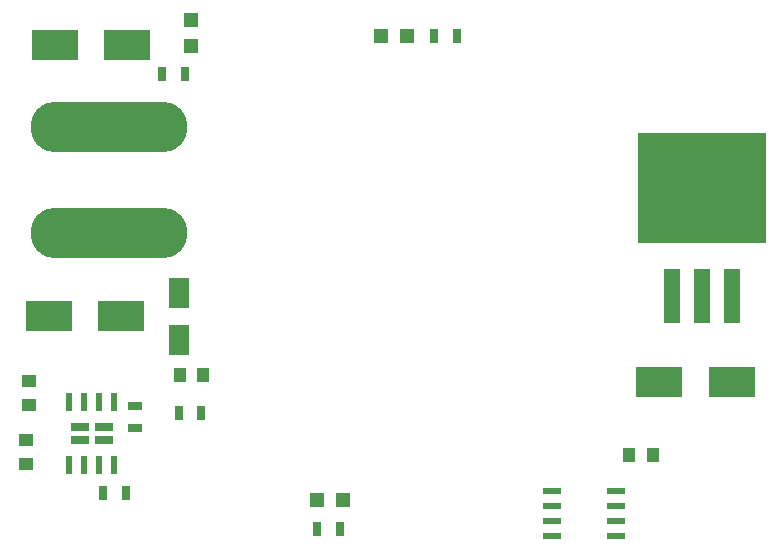
<source format=gtp>
G04 #@! TF.FileFunction,Paste,Top*
%FSLAX46Y46*%
G04 Gerber Fmt 4.6, Leading zero omitted, Abs format (unit mm)*
G04 Created by KiCad (PCBNEW 4.0.2+dfsg1-stable) date Fri 22 Jun 2018 04:45:43 AM EDT*
%MOMM*%
G01*
G04 APERTURE LIST*
%ADD10C,0.100000*%
%ADD11R,1.390000X4.600000*%
%ADD12R,10.800000X9.400000*%
%ADD13R,4.000000X2.500000*%
%ADD14R,1.000000X1.250000*%
%ADD15R,1.250000X1.000000*%
%ADD16R,1.800000X2.500000*%
%ADD17C,1.524000*%
%ADD18O,13.300000X4.300000*%
%ADD19R,0.700000X1.300000*%
%ADD20R,1.300000X0.700000*%
%ADD21R,0.600000X1.550000*%
%ADD22R,1.500000X0.705000*%
%ADD23R,1.200000X1.200000*%
%ADD24R,1.550000X0.600000*%
G04 APERTURE END LIST*
D10*
D11*
X75210000Y-49800000D03*
D12*
X75210000Y-40640000D03*
D11*
X77750000Y-49800000D03*
X72670000Y-49800000D03*
D13*
X26550000Y-28500000D03*
X20450000Y-28500000D03*
D14*
X33000000Y-56500000D03*
X31000000Y-56500000D03*
D13*
X19950000Y-51500000D03*
X26050000Y-51500000D03*
D15*
X18270000Y-57030000D03*
X18270000Y-59030000D03*
D13*
X77730000Y-57070000D03*
X71630000Y-57070000D03*
D14*
X71070000Y-63270000D03*
X69070000Y-63270000D03*
D15*
X18000000Y-62000000D03*
X18000000Y-64000000D03*
D16*
X30927000Y-49531000D03*
X30927000Y-53531000D03*
D17*
X30080000Y-43810000D03*
D18*
X25000000Y-44500000D03*
X25000000Y-35500000D03*
D17*
X30080000Y-36190000D03*
D19*
X54454000Y-27756000D03*
X52554000Y-27756000D03*
X44554000Y-69524000D03*
X42654000Y-69524000D03*
X31450000Y-31000000D03*
X29550000Y-31000000D03*
X24550000Y-66500000D03*
X26450000Y-66500000D03*
X30950000Y-59740000D03*
X32850000Y-59740000D03*
D20*
X27244000Y-60990000D03*
X27244000Y-59090000D03*
D21*
X21656000Y-64137000D03*
X22926000Y-64137000D03*
X24196000Y-64137000D03*
X25466000Y-64137000D03*
X25466000Y-58737000D03*
X24196000Y-58737000D03*
X22926000Y-58737000D03*
X21656000Y-58737000D03*
D22*
X24561000Y-60849500D03*
X22561000Y-60849500D03*
X24561000Y-62024500D03*
X22561000Y-62024500D03*
D23*
X48086000Y-27756000D03*
X50286000Y-27756000D03*
X44810000Y-67040000D03*
X42610000Y-67040000D03*
X32000000Y-26400000D03*
X32000000Y-28600000D03*
D24*
X67910000Y-70135000D03*
X67910000Y-68865000D03*
X67910000Y-67595000D03*
X67910000Y-66325000D03*
X62510000Y-66325000D03*
X62510000Y-67595000D03*
X62510000Y-68865000D03*
X62510000Y-70135000D03*
M02*

</source>
